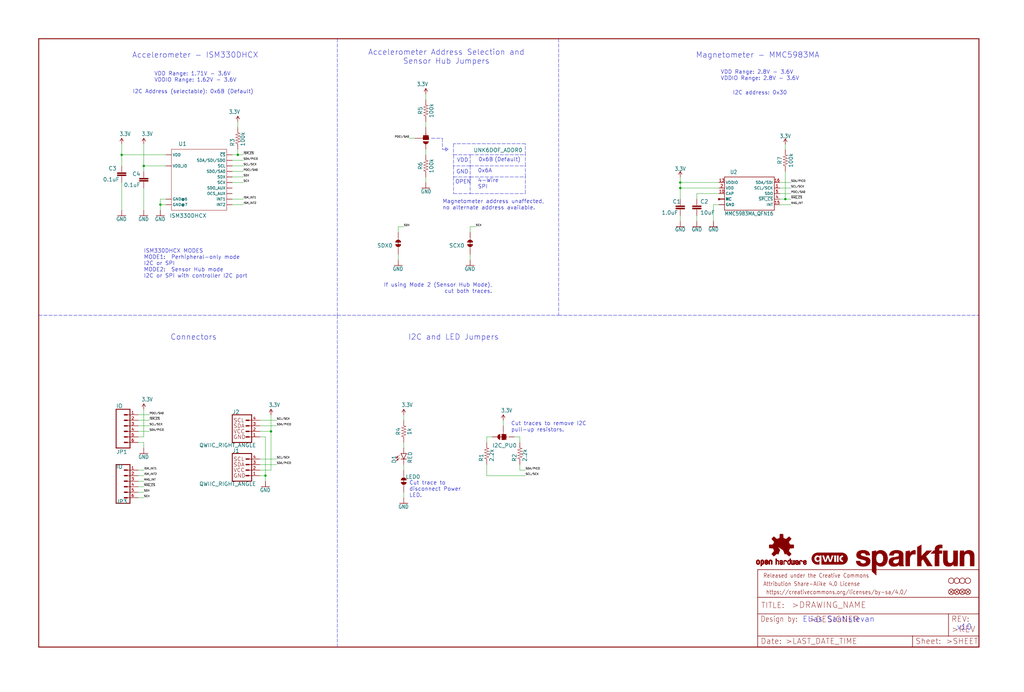
<source format=kicad_sch>
(kicad_sch (version 20211123) (generator eeschema)
  (paper "User" 470.306 317.906)
  (lib_symbols
    (symbol "eagleSchem-eagle-import:0.1UF-0603-25V-(+80{slash}-20%)"
      (property "Reference" "C" (at 1.524 2.921 0))
      (property "Value" "0.1UF-0603-25V-(+80{slash}-20%)" (at 1.524 -2.159 0))
      (symbol "0.1UF-0603-25V-(+80{slash}-20%)_1_0"
        (pin passive line (at 0 5.08 270) (length 2.54) (name "1") (number "1"))
        (pin passive line (at 0 -2.54 90) (length 2.54) (name "2") (number "2"))
      )
    )
    (symbol "eagleSchem-eagle-import:1.0UF-0603-16V-10%"
      (property "Reference" "C" (at 1.524 2.921 0))
      (property "Value" "1.0UF-0603-16V-10%" (at 1.524 -2.159 0))
      (symbol "1.0UF-0603-16V-10%_1_0"
        (pin passive line (at 0 5.08 270) (length 2.54) (name "1") (number "1"))
        (pin passive line (at 0 -2.54 90) (length 2.54) (name "2") (number "2"))
      )
    )
    (symbol "eagleSchem-eagle-import:100KOHM-0603-1{slash}10W-1%"
      (property "Reference" "R" (at 0 1.524 0))
      (property "Value" "100KOHM-0603-1{slash}10W-1%" (at 0 -1.524 0))
      (symbol "100KOHM-0603-1{slash}10W-1%_1_0"
        (pin passive line (at -5.08 0 0) (length 2.54) (name "1") (number "1"))
        (pin passive line (at 5.08 0 180) (length 2.54) (name "2") (number "2"))
      )
    )
    (symbol "eagleSchem-eagle-import:10UF-0603-6.3V-20%"
      (property "Reference" "C" (at 1.524 2.921 0))
      (property "Value" "10UF-0603-6.3V-20%" (at 1.524 -2.159 0))
      (symbol "10UF-0603-6.3V-20%_1_0"
        (pin passive line (at 0 5.08 270) (length 2.54) (name "1") (number "1"))
        (pin passive line (at 0 -2.54 90) (length 2.54) (name "2") (number "2"))
      )
    )
    (symbol "eagleSchem-eagle-import:1KOHM-0603-1{slash}10W-1%"
      (property "Reference" "R" (at 0 1.524 0))
      (property "Value" "1KOHM-0603-1{slash}10W-1%" (at 0 -1.524 0))
      (symbol "1KOHM-0603-1{slash}10W-1%_1_0"
        (pin passive line (at -5.08 0 0) (length 2.54) (name "1") (number "1"))
        (pin passive line (at 5.08 0 180) (length 2.54) (name "2") (number "2"))
      )
    )
    (symbol "eagleSchem-eagle-import:2.2KOHM-0603-1{slash}10W-1%"
      (property "Reference" "R" (at 0 1.524 0))
      (property "Value" "2.2KOHM-0603-1{slash}10W-1%" (at 0 -1.524 0))
      (symbol "2.2KOHM-0603-1{slash}10W-1%_1_0"
        (pin passive line (at -5.08 0 0) (length 2.54) (name "1") (number "1"))
        (pin passive line (at 5.08 0 180) (length 2.54) (name "2") (number "2"))
      )
    )
    (symbol "eagleSchem-eagle-import:3.3V" (power)
      (property "Value" "3.3V" (at 0 2.794 0))
      (symbol "3.3V_1_0"
        (pin power_in line (at 0 0 90) (length 2.54) (name "3.3V") (number "1"))
      )
    )
    (symbol "eagleSchem-eagle-import:CONN_06NO_SILK_NO_POP"
      (property "Reference" "J" (at -5.08 10.668 0))
      (property "Value" "CONN_06NO_SILK_NO_POP" (at -5.08 -9.906 0))
      (symbol "CONN_06NO_SILK_NO_POP_1_0"
        (pin passive line (at 5.08 -5.08 180) (length 5.08) (name "1") (number "1"))
        (pin passive line (at 5.08 -2.54 180) (length 5.08) (name "2") (number "2"))
        (pin passive line (at 5.08 0 180) (length 5.08) (name "3") (number "3"))
        (pin passive line (at 5.08 2.54 180) (length 5.08) (name "4") (number "4"))
        (pin passive line (at 5.08 5.08 180) (length 5.08) (name "5") (number "5"))
        (pin passive line (at 5.08 7.62 180) (length 5.08) (name "6") (number "6"))
      )
    )
    (symbol "eagleSchem-eagle-import:FIDUCIALUFIDUCIAL")
    (symbol "eagleSchem-eagle-import:FRAME-LEDGER"
      (symbol "FRAME-LEDGER_2_0"
        (text " https://creativecommons.org/licenses/by-sa/4.0/" (at 2.54 24.13 0) (effects (font (size 1.9304 1.6408)) (justify left bottom)))
        (text ">DESIGNER" (at 23.114 11.176 0) (effects (font (size 2.7432 2.7432)) (justify left bottom)))
        (text ">DRAWING_NAME" (at 15.494 17.78 0) (effects (font (size 2.7432 2.7432)) (justify left bottom)))
        (text ">LAST_DATE_TIME" (at 12.7 1.27 0) (effects (font (size 2.54 2.54)) (justify left bottom)))
        (text ">REV" (at 88.9 6.604 0) (effects (font (size 2.7432 2.7432)) (justify left bottom)))
        (text ">SHEET" (at 86.36 1.27 0) (effects (font (size 2.54 2.54)) (justify left bottom)))
        (text "Attribution Share-Alike 4.0 License" (at 2.54 27.94 0) (effects (font (size 1.9304 1.6408)) (justify left bottom)))
        (text "Date:" (at 1.27 1.27 0) (effects (font (size 2.54 2.54)) (justify left bottom)))
        (text "Design by:" (at 1.27 11.43 0) (effects (font (size 2.54 2.159)) (justify left bottom)))
        (text "Released under the Creative Commons" (at 2.54 31.75 0) (effects (font (size 1.9304 1.6408)) (justify left bottom)))
        (text "REV:" (at 88.9 11.43 0) (effects (font (size 2.54 2.54)) (justify left bottom)))
        (text "Sheet:" (at 72.39 1.27 0) (effects (font (size 2.54 2.54)) (justify left bottom)))
        (text "TITLE:" (at 1.524 17.78 0) (effects (font (size 2.54 2.54)) (justify left bottom)))
      )
    )
    (symbol "eagleSchem-eagle-import:GND" (power)
      (property "Value" "GND" (at 0 -0.254 0))
      (symbol "GND_1_0"
        (pin power_in line (at 0 2.54 270) (length 2.54) (name "GND") (number "1"))
      )
    )
    (symbol "eagleSchem-eagle-import:ISM330DHCX"
      (property "Reference" "U" (at -10.16 15.24 0))
      (property "Value" "ISM330DHCX" (at -10.16 -17.78 0))
      (symbol "ISM330DHCX_1_0"
        (pin bidirectional line (at 15.24 2.54 180) (length 2.54) (name "SDO/SA0") (number "P1"))
        (pin bidirectional line (at 15.24 -7.62 180) (length 2.54) (name "OCS_AUX") (number "P10"))
        (pin bidirectional line (at 15.24 -5.08 180) (length 2.54) (name "SDO_AUX") (number "P11"))
        (pin bidirectional line (at 15.24 10.16 180) (length 2.54) (name "~{CS}") (number "P12"))
        (pin bidirectional line (at 15.24 5.08 180) (length 2.54) (name "SCL") (number "P13"))
        (pin bidirectional line (at 15.24 7.62 180) (length 2.54) (name "SDA/SDI/SDO") (number "P14"))
        (pin bidirectional line (at 15.24 0 180) (length 2.54) (name "SDX") (number "P2"))
        (pin bidirectional line (at 15.24 -2.54 180) (length 2.54) (name "SCX") (number "P3"))
        (pin bidirectional line (at 15.24 -10.16 180) (length 2.54) (name "INT1") (number "P4"))
        (pin power_in line (at -15.24 5.08 0) (length 2.54) (name "VDD_IO") (number "P5"))
        (pin power_in line (at -15.24 -10.16 0) (length 2.54) (name "GND@6") (number "P6"))
        (pin power_in line (at -15.24 -12.7 0) (length 2.54) (name "GND@7") (number "P7"))
        (pin power_in line (at -15.24 10.16 0) (length 2.54) (name "VDD") (number "P8"))
        (pin bidirectional line (at 15.24 -12.7 180) (length 2.54) (name "INT2") (number "P9"))
      )
    )
    (symbol "eagleSchem-eagle-import:JUMPER-SMT_2_NC_TRACE_SILK"
      (property "Reference" "JP" (at 0 3.048 0))
      (property "Value" "JUMPER-SMT_2_NC_TRACE_SILK" (at 0 -3.048 0))
      (symbol "JUMPER-SMT_2_NC_TRACE_SILK_1_0"
        (pin passive line (at -5.08 0 0) (length 2.54) (name "1") (number "1"))
        (pin passive line (at 5.08 0 180) (length 2.54) (name "2") (number "2"))
      )
    )
    (symbol "eagleSchem-eagle-import:JUMPER-SMT_3_1-NC_TRACE_SILK"
      (property "Reference" "JP" (at 5.842 1.524 0))
      (property "Value" "JUMPER-SMT_3_1-NC_TRACE_SILK" (at 6.604 -1.27 0))
      (symbol "JUMPER-SMT_3_1-NC_TRACE_SILK_1_0"
        (pin passive line (at 0 5.08 270) (length 2.54) (name "1") (number "1"))
        (pin passive line (at -5.08 0 0) (length 2.54) (name "2") (number "2"))
        (pin passive line (at 0 -5.08 90) (length 2.54) (name "3") (number "3"))
      )
    )
    (symbol "eagleSchem-eagle-import:JUMPER-SMT_3_2-NC_TRACE_SILK"
      (property "Reference" "JP" (at 6.096 1.524 0))
      (property "Value" "JUMPER-SMT_3_2-NC_TRACE_SILK" (at 6.858 -1.524 0))
      (symbol "JUMPER-SMT_3_2-NC_TRACE_SILK_1_0"
        (pin passive line (at 0 5.08 270) (length 2.54) (name "1") (number "1"))
        (pin passive line (at -5.08 0 0) (length 2.54) (name "2") (number "2"))
        (pin passive line (at 0 -5.08 90) (length 2.54) (name "3") (number "3"))
      )
    )
    (symbol "eagleSchem-eagle-import:LED-RED0603"
      (property "Reference" "D" (at -3.429 -4.572 90))
      (property "Value" "LED-RED0603" (at 1.905 -4.572 90))
      (symbol "LED-RED0603_1_0"
        (pin passive line (at 0 2.54 270) (length 2.54) (name "A") (number "A"))
        (pin passive line (at 0 -5.08 90) (length 2.54) (name "C") (number "C"))
      )
    )
    (symbol "eagleSchem-eagle-import:MMC5983MA_QFN16"
      (property "Reference" "U" (at -10.16 8.89 0))
      (property "Value" "MMC5983MA_QFN16" (at -10.16 -10.16 0))
      (symbol "MMC5983MA_QFN16_1_0"
        (pin bidirectional line (at 15.24 2.54 180) (length 2.54) (name "SCL/SCK") (number "1"))
        (pin passive line (at -12.7 0 0) (length 2.54) (name "CAP") (number "10"))
        (pin power_in line (at -12.7 -5.08 0) (length 2.54) (name "GND") (number "11"))
        (pin no_connect line (at -12.7 -2.54 0) (length 2.54) (name "NC") (number "12"))
        (pin power_in line (at -12.7 5.08 0) (length 2.54) (name "VDDIO") (number "13"))
        (pin no_connect line (at -12.7 -2.54 0) (length 2.54) (name "NC") (number "14"))
        (pin output line (at 15.24 -5.08 180) (length 2.54) (name "INT") (number "15"))
        (pin bidirectional line (at 15.24 5.08 180) (length 2.54) (name "SDA/SDI") (number "16"))
        (pin power_in line (at -12.7 2.54 0) (length 2.54) (name "VDD") (number "2"))
        (pin no_connect line (at -12.7 -2.54 0) (length 2.54) (name "NC") (number "3"))
        (pin input line (at 15.24 -2.54 180) (length 2.54) (name "~{SPI_CS}") (number "4"))
        (pin output line (at 15.24 0 180) (length 2.54) (name "SDO") (number "5"))
        (pin no_connect line (at -12.7 -2.54 0) (length 2.54) (name "NC") (number "6"))
        (pin no_connect line (at -12.7 -2.54 0) (length 2.54) (name "NC") (number "7"))
        (pin no_connect line (at -12.7 -2.54 0) (length 2.54) (name "NC") (number "8"))
        (pin power_in line (at -12.7 -5.08 0) (length 2.54) (name "GND") (number "9"))
      )
    )
    (symbol "eagleSchem-eagle-import:OSHW-LOGOMINI")
    (symbol "eagleSchem-eagle-import:QWIIC_CONNECTORJS-1MM"
      (property "Reference" "J" (at -5.08 7.874 0))
      (property "Value" "QWIIC_CONNECTORJS-1MM" (at -5.08 -5.334 0))
      (symbol "QWIIC_CONNECTORJS-1MM_1_0"
        (text "GND" (at -4.572 -2.54 0) (effects (font (size 1.778 1.778)) (justify left)))
        (text "SCL" (at -4.572 5.08 0) (effects (font (size 1.778 1.778)) (justify left)))
        (text "SDA" (at -4.572 2.54 0) (effects (font (size 1.778 1.778)) (justify left)))
        (text "VCC" (at -4.572 0 0) (effects (font (size 1.778 1.778)) (justify left)))
        (pin power_in line (at 7.62 -2.54 180) (length 5.08) (name "1") (number "1"))
        (pin power_in line (at 7.62 0 180) (length 5.08) (name "2") (number "2"))
        (pin passive line (at 7.62 2.54 180) (length 5.08) (name "3") (number "3"))
        (pin passive line (at 7.62 5.08 180) (length 5.08) (name "4") (number "4"))
      )
    )
    (symbol "eagleSchem-eagle-import:QWIIC_LOGO_4MM")
    (symbol "eagleSchem-eagle-import:SFE_LOGO_NAME.1_INCH")
    (symbol "eagleSchem-eagle-import:STAND-OFFTIGHT")
  )
  (junction (at 312.42 86.36))
  (junction (at 109.22 71.12))
  (junction (at 312.42 83.82))
  (junction (at 121.92 218.44))
  (junction (at 55.88 71.12))
  (junction (at 124.46 198.12))
  (junction (at 73.66 93.98))
  (junction (at 360.68 91.44))
  (junction (at 66.04 76.2))
  (wire (pts (xy 312.42 83.82) (xy 330.2 83.82)))
  (wire (pts (xy 66.04 78.74) (xy 66.04 76.2)))
  (wire (pts (xy 106.68 81.28) (xy 111.76 81.28)))
  (polyline (pts (xy 208.28 81.28) (xy 215.9 81.28)))
  (polyline (pts (xy 215.9 71.12) (xy 215.9 76.2)))
  (wire (pts (xy 312.42 86.36) (xy 312.42 83.82)))
  (wire (pts (xy 109.22 55.88) (xy 109.22 58.42)))
  (wire (pts (xy 66.04 218.44) (xy 63.5 218.44)))
  (wire (pts (xy 111.76 93.98) (xy 106.68 93.98)))
  (wire (pts (xy 360.68 78.74) (xy 360.68 91.44)))
  (polyline (pts (xy 215.9 81.28) (xy 215.9 88.9)))
  (wire (pts (xy 63.5 203.2) (xy 66.04 203.2)))
  (wire (pts (xy 320.04 99.06) (xy 320.04 101.6)))
  (wire (pts (xy 73.66 91.44) (xy 76.2 91.44)))
  (wire (pts (xy 320.04 91.44) (xy 320.04 88.9)))
  (wire (pts (xy 231.14 193.04) (xy 231.14 195.58)))
  (polyline (pts (xy 205.74 68.58) (xy 204.724 67.818)))
  (wire (pts (xy 182.88 119.38) (xy 182.88 116.84)))
  (wire (pts (xy 195.58 71.12) (xy 195.58 68.58)))
  (wire (pts (xy 73.66 96.52) (xy 73.66 93.98)))
  (wire (pts (xy 66.04 96.52) (xy 66.04 86.36)))
  (wire (pts (xy 55.88 76.2) (xy 55.88 71.12)))
  (polyline (pts (xy 215.9 81.28) (xy 241.3 81.28)))
  (wire (pts (xy 106.68 78.74) (xy 111.76 78.74)))
  (wire (pts (xy 330.2 86.36) (xy 312.42 86.36)))
  (wire (pts (xy 106.68 83.82) (xy 111.76 83.82)))
  (polyline (pts (xy 208.28 88.9) (xy 215.9 88.9)))
  (wire (pts (xy 119.38 193.04) (xy 127 193.04)))
  (polyline (pts (xy 208.28 81.28) (xy 208.28 88.9)))
  (polyline (pts (xy 241.3 71.12) (xy 241.3 66.04)))
  (wire (pts (xy 358.14 83.82) (xy 363.22 83.82)))
  (wire (pts (xy 111.76 91.44) (xy 106.68 91.44)))
  (wire (pts (xy 223.52 218.44) (xy 241.3 218.44)))
  (wire (pts (xy 358.14 93.98) (xy 363.22 93.98)))
  (wire (pts (xy 124.46 198.12) (xy 124.46 190.5)))
  (wire (pts (xy 55.88 66.04) (xy 55.88 71.12)))
  (polyline (pts (xy 17.78 144.78) (xy 154.94 144.78)))
  (wire (pts (xy 55.88 71.12) (xy 76.2 71.12)))
  (wire (pts (xy 66.04 76.2) (xy 66.04 66.04)))
  (wire (pts (xy 119.38 198.12) (xy 124.46 198.12)))
  (wire (pts (xy 66.04 200.66) (xy 66.04 187.96)))
  (wire (pts (xy 330.2 88.9) (xy 320.04 88.9)))
  (wire (pts (xy 312.42 91.44) (xy 312.42 86.36)))
  (wire (pts (xy 121.92 218.44) (xy 121.92 220.98)))
  (polyline (pts (xy 203.2 68.58) (xy 205.74 68.58)))
  (polyline (pts (xy 208.28 71.12) (xy 215.9 71.12)))
  (polyline (pts (xy 208.28 76.2) (xy 208.28 81.28)))
  (wire (pts (xy 63.5 198.12) (xy 68.58 198.12)))
  (wire (pts (xy 195.58 43.18) (xy 195.58 45.72)))
  (wire (pts (xy 109.22 71.12) (xy 109.22 68.58)))
  (wire (pts (xy 106.68 76.2) (xy 111.76 76.2)))
  (wire (pts (xy 358.14 91.44) (xy 360.68 91.44)))
  (polyline (pts (xy 241.3 88.9) (xy 241.3 81.28)))
  (wire (pts (xy 236.22 200.66) (xy 238.76 200.66)))
  (wire (pts (xy 360.68 66.294) (xy 360.68 68.58)))
  (polyline (pts (xy 215.9 76.2) (xy 208.28 76.2)))
  (polyline (pts (xy 154.94 144.78) (xy 154.94 297.18)))
  (wire (pts (xy 223.52 203.2) (xy 223.52 200.66)))
  (wire (pts (xy 358.14 88.9) (xy 363.22 88.9)))
  (wire (pts (xy 66.04 220.98) (xy 63.5 220.98)))
  (wire (pts (xy 106.68 73.66) (xy 111.76 73.66)))
  (wire (pts (xy 312.42 81.28) (xy 312.42 83.82)))
  (wire (pts (xy 66.04 215.9) (xy 63.5 215.9)))
  (wire (pts (xy 182.88 106.68) (xy 182.88 104.14)))
  (polyline (pts (xy 241.3 76.2) (xy 241.3 71.12)))
  (wire (pts (xy 119.38 213.36) (xy 127 213.36)))
  (polyline (pts (xy 215.9 71.12) (xy 241.3 71.12)))
  (polyline (pts (xy 198.12 63.5) (xy 203.2 63.5)))
  (wire (pts (xy 66.04 203.2) (xy 66.04 205.74)))
  (wire (pts (xy 223.52 213.36) (xy 223.52 218.44)))
  (wire (pts (xy 55.88 96.52) (xy 55.88 83.82)))
  (wire (pts (xy 330.2 93.98) (xy 327.66 93.98)))
  (wire (pts (xy 106.68 71.12) (xy 109.22 71.12)))
  (wire (pts (xy 73.66 93.98) (xy 73.66 91.44)))
  (polyline (pts (xy 208.28 66.04) (xy 208.28 71.12)))
  (wire (pts (xy 66.04 228.6) (xy 63.5 228.6)))
  (polyline (pts (xy 154.94 17.78) (xy 154.94 144.78)))
  (wire (pts (xy 223.52 200.66) (xy 226.06 200.66)))
  (wire (pts (xy 358.14 86.36) (xy 363.22 86.36)))
  (wire (pts (xy 215.9 106.68) (xy 215.9 104.14)))
  (polyline (pts (xy 208.28 71.12) (xy 208.28 76.2)))
  (wire (pts (xy 66.04 223.52) (xy 63.5 223.52)))
  (wire (pts (xy 119.38 195.58) (xy 127 195.58)))
  (wire (pts (xy 238.76 200.66) (xy 238.76 203.2)))
  (wire (pts (xy 119.38 218.44) (xy 121.92 218.44)))
  (polyline (pts (xy 154.94 144.78) (xy 256.54 144.78)))
  (wire (pts (xy 121.92 200.66) (xy 121.92 218.44)))
  (wire (pts (xy 63.5 200.66) (xy 66.04 200.66)))
  (wire (pts (xy 238.76 213.36) (xy 238.76 215.9)))
  (wire (pts (xy 63.5 195.58) (xy 68.58 195.58)))
  (wire (pts (xy 185.42 226.06) (xy 185.42 228.6)))
  (wire (pts (xy 215.9 119.38) (xy 215.9 116.84)))
  (wire (pts (xy 190.5 63.5) (xy 187.96 63.5)))
  (wire (pts (xy 185.42 213.36) (xy 185.42 215.9)))
  (wire (pts (xy 111.76 71.12) (xy 109.22 71.12)))
  (wire (pts (xy 215.9 104.14) (xy 218.44 104.14)))
  (wire (pts (xy 195.58 81.28) (xy 195.58 83.82)))
  (wire (pts (xy 76.2 76.2) (xy 66.04 76.2)))
  (polyline (pts (xy 256.54 144.78) (xy 449.58 144.78)))
  (wire (pts (xy 119.38 215.9) (xy 124.46 215.9)))
  (polyline (pts (xy 203.2 63.5) (xy 203.2 68.58)))
  (wire (pts (xy 63.5 190.5) (xy 68.58 190.5)))
  (wire (pts (xy 182.88 104.14) (xy 185.42 104.14)))
  (wire (pts (xy 195.58 55.88) (xy 195.58 58.42)))
  (polyline (pts (xy 215.9 76.2) (xy 215.9 81.28)))
  (polyline (pts (xy 215.9 88.9) (xy 241.3 88.9)))
  (polyline (pts (xy 241.3 81.28) (xy 241.3 76.2)))
  (wire (pts (xy 238.76 215.9) (xy 241.3 215.9)))
  (wire (pts (xy 312.42 99.06) (xy 312.42 101.6)))
  (wire (pts (xy 119.38 210.82) (xy 127 210.82)))
  (wire (pts (xy 66.04 226.06) (xy 63.5 226.06)))
  (wire (pts (xy 327.66 93.98) (xy 327.66 101.6)))
  (polyline (pts (xy 215.9 76.2) (xy 241.3 76.2)))
  (wire (pts (xy 185.42 193.04) (xy 185.42 190.5)))
  (polyline (pts (xy 205.74 68.58) (xy 204.724 69.342)))
  (wire (pts (xy 124.46 215.9) (xy 124.46 198.12)))
  (polyline (pts (xy 204.724 67.818) (xy 204.724 69.342)))
  (polyline (pts (xy 241.3 66.04) (xy 208.28 66.04)))
  (polyline (pts (xy 256.54 17.78) (xy 256.54 144.78)))
  (wire (pts (xy 185.42 203.2) (xy 185.42 205.74)))
  (wire (pts (xy 363.22 91.44) (xy 360.68 91.44)))
  (wire (pts (xy 76.2 93.98) (xy 73.66 93.98)))
  (wire (pts (xy 119.38 200.66) (xy 121.92 200.66)))
  (wire (pts (xy 63.5 193.04) (xy 68.58 193.04)))
  (text "0x6A" (at 219.456 79.502 180) (effects (font (size 1.778 1.778)) (justify left bottom)))
  (text "GND" (at 209.55 80.01 180) (effects (font (size 1.778 1.778)) (justify left bottom)))
  (text "I2C Address (selectable): 0x6B (Default)" (at 60.96 43.18 180) (effects (font (size 1.778 1.778)) (justify left bottom)))
  (text "Elias Santistevan" (at 368.554 286.004 180) (effects (font (size 2.54 2.54)) (justify left bottom)))
  (text "I2C and LED Jumpers" (at 208.28 154.94 180) (effects (font (size 2.54 2.54))))
  (text "I2C address: 0x30" (at 348.996 42.672 180) (effects (font (size 1.778 1.778))))
  (text "Magnetometer - MMC5983MA" (at 347.98 25.4 180) (effects (font (size 2.54 2.54))))
  (text "Magnetometer address unaffected,\nno alternate address available." (at 203.2 96.52 0) (effects (font (size 1.778 1.778)) (justify left bottom)))
  (text "VDD Range: 2.8V - 3.6V\nVDDIO Range: 2.8V - 3.6V" (at 330.962 37.084 180) (effects (font (size 1.778 1.778)) (justify left bottom)))
  (text "Accelerometer Address Selection and\nSensor Hub Jumpers" (at 204.978 26.162 0) (effects (font (size 2.54 2.54))))
  (text "Cut trace to\ndisconnect Power\nLED." (at 187.96 228.6 180) (effects (font (size 1.778 1.778)) (justify left bottom)))
  (text "ISM330DHCX MODES\nMODE1:  Perhipheral-only mode\nI2C or SPI\nMODE2:  Sensor Hub mode\nI2C or SPI with controller I2C port" (at 66.04 114.3 0) (effects (font (size 1.778 1.778)) (justify left top)))
  (text "VDD Range: 1.71V - 3.6V\nVDDIO Range: 1.62V - 3.6V" (at 70.866 37.846 180) (effects (font (size 1.778 1.778)) (justify left bottom)))
  (text "Accelerometer - ISM330DHCX" (at 89.662 25.4 180) (effects (font (size 2.54 2.54))))
  (text "0x6B" (at 219.71 74.422 180) (effects (font (size 1.778 1.778)) (justify left bottom)))
  (text "VDD" (at 209.804 74.676 180) (effects (font (size 1.778 1.778)) (justify left bottom)))
  (text "v10" (at 439.42 289.56 180) (effects (font (size 2.54 2.54)) (justify left bottom)))
  (text "(Default)" (at 227.076 74.422 180) (effects (font (size 1.778 1.778)) (justify left bottom)))
  (text "Cut traces to remove I2C\npull-up resistors." (at 234.696 193.548 180) (effects (font (size 1.778 1.778)) (justify left top)))
  (text "Connectors" (at 88.9 154.94 180) (effects (font (size 2.54 2.54))))
  (text "OPEN" (at 209.042 84.582 180) (effects (font (size 1.778 1.778)) (justify left bottom)))
  (text "If using Mode 2 (Sensor Hub Mode),\ncut both traces." (at 226.06 134.874 0) (effects (font (size 1.778 1.778)) (justify right bottom)))
  (text "4-Wire\nSPI" (at 219.456 86.868 180) (effects (font (size 1.778 1.778)) (justify left bottom)))
  (label "SDA/PICO" (at 127 213.36 0) (effects (font (size 0.889 0.889))))
  (label "SDA/PICO" (at 111.76 73.66 0) (effects (font (size 0.889 0.889))))
  (label "~{ISM_CS}" (at 111.76 71.12 0) (effects (font (size 0.889 0.889))))
  (label "SDX" (at 185.42 104.14 0) (effects (font (size 0.889 0.889))))
  (label "ISM_INT2" (at 111.76 93.98 0) (effects (font (size 0.889 0.889))))
  (label "SDA/PICO" (at 241.3 215.9 0) (effects (font (size 0.889 0.889))))
  (label "ISM_INT1" (at 66.04 215.9 0) (effects (font (size 0.889 0.889))))
  (label "SDA/PICO" (at 363.22 83.82 0) (effects (font (size 0.889 0.889))))
  (label "POCI/SA0" (at 111.76 78.74 0) (effects (font (size 0.889 0.889))))
  (label "MAG_INT" (at 66.04 220.98 0) (effects (font (size 0.889 0.889))))
  (label "ISM_INT2" (at 66.04 218.44 0) (effects (font (size 0.889 0.889))))
  (label "SCX" (at 218.44 104.14 0) (effects (font (size 0.889 0.889))))
  (label "SCL/SCK" (at 68.58 195.58 0) (effects (font (size 0.889 0.889))))
  (label "SCL/SCK" (at 127 193.04 0) (effects (font (size 0.889 0.889))))
  (label "SDX" (at 66.04 226.06 0) (effects (font (size 0.889 0.889))))
  (label "POCI/SA0" (at 363.22 88.9 0) (effects (font (size 0.889 0.889))))
  (label "SDA/PICO" (at 68.58 198.12 0) (effects (font (size 0.889 0.889))))
  (label "~{ISM_CS}" (at 68.58 193.04 0) (effects (font (size 0.889 0.889))))
  (label "MAG_INT" (at 363.22 93.98 0) (effects (font (size 0.889 0.889))))
  (label "SCX" (at 111.76 83.82 0) (effects (font (size 0.889 0.889))))
  (label "ISM_INT1" (at 111.76 91.44 0) (effects (font (size 0.889 0.889))))
  (label "SCL/SCK" (at 127 210.82 0) (effects (font (size 0.889 0.889))))
  (label "SCL/SCK" (at 111.76 76.2 0) (effects (font (size 0.889 0.889))))
  (label "SCL/SCK" (at 363.22 86.36 0) (effects (font (size 0.889 0.889))))
  (label "~{MAG_CS}" (at 66.04 223.52 0) (effects (font (size 0.889 0.889))))
  (label "POCI/SA0" (at 68.58 190.5 0) (effects (font (size 0.889 0.889))))
  (label "SDA/PICO" (at 127 195.58 0) (effects (font (size 0.889 0.889))))
  (label "POCI/SA0" (at 187.96 63.5 180) (effects (font (size 0.889 0.889))))
  (label "SDX" (at 111.76 81.28 0) (effects (font (size 0.889 0.889))))
  (label "SCL/SCK" (at 241.3 218.44 0) (effects (font (size 0.889 0.889))))
  (label "SCX" (at 66.04 228.6 0) (effects (font (size 0.889 0.889))))
  (label "~{MAG_CS}" (at 363.22 91.44 0) (effects (font (size 0.889 0.889))))
  (symbol (lib_id "eagleSchem-eagle-import:GND") (at 215.9 121.92 0) (unit 1)
    (property "Reference" "#GND12" (effects hide))
    (property "Value" "GND" (at 213.36 124.46 0) (effects (font (size 1.778 1.5113)) (justify left bottom)))
    (property "Footprint" "eagleSchem:" (effects hide))
  )
  (symbol (lib_id "eagleSchem-eagle-import:CONN_06NO_SILK_NO_POP") (at 58.42 220.98 0) (mirror x) (unit 1)
    (property "Reference" "JP3" (at 53.34 229.362 0) (effects (font (size 1.778 1.778)) (justify left bottom)))
    (property "Value" "IO" (at 53.34 213.36 0) (effects (font (size 1.778 1.778)) (justify left bottom)))
    (property "Footprint" "eagleSchem:1X06_NO_SILK" (effects hide))
  )
  (symbol (lib_id "eagleSchem-eagle-import:GND") (at 66.04 99.06 0) (unit 1)
    (property "Reference" "#GND10" (effects hide))
    (property "Value" "GND" (at 63.5 101.6 0) (effects (font (size 1.778 1.5113)) (justify left bottom)))
    (property "Footprint" "eagleSchem:" (effects hide))
  )
  (symbol (lib_id "eagleSchem-eagle-import:FIDUCIALUFIDUCIAL") (at 436.88 271.78 0) (unit 1)
    (property "Reference" "FID1" (effects hide))
    (property "Value" "FIDUCIALUFIDUCIAL" (effects hide))
    (property "Footprint" "eagleSchem:FIDUCIAL-MICRO" (effects hide))
  )
  (symbol (lib_id "eagleSchem-eagle-import:1.0UF-0603-16V-10%") (at 312.42 96.52 0) (unit 1)
    (property "Reference" "C1" (at 308.864 93.599 0) (effects (font (size 1.778 1.778)) (justify left bottom)))
    (property "Value" "1.0uF" (at 303.784 98.679 0) (effects (font (size 1.778 1.778)) (justify left bottom)))
    (property "Footprint" "eagleSchem:0603" (effects hide))
  )
  (symbol (lib_id "eagleSchem-eagle-import:GND") (at 327.66 104.14 0) (unit 1)
    (property "Reference" "#GND1" (effects hide))
    (property "Value" "GND" (at 327.66 104.394 0) (effects (font (size 1.778 1.5113)) (justify top)))
    (property "Footprint" "eagleSchem:" (effects hide))
  )
  (symbol (lib_id "eagleSchem-eagle-import:10UF-0603-6.3V-20%") (at 320.04 96.52 0) (unit 1)
    (property "Reference" "C2" (at 321.564 93.599 0) (effects (font (size 1.778 1.778)) (justify left bottom)))
    (property "Value" "10uF" (at 321.564 98.679 0) (effects (font (size 1.778 1.778)) (justify left bottom)))
    (property "Footprint" "eagleSchem:0603" (effects hide))
  )
  (symbol (lib_id "eagleSchem-eagle-import:MMC5983MA_QFN16") (at 342.9 88.9 0) (unit 1)
    (property "Reference" "U2" (at 335.28 80.01 0) (effects (font (size 1.778 1.5113)) (justify left bottom)))
    (property "Value" "MMC5983MA_QFN16" (at 332.74 99.06 0) (effects (font (size 1.778 1.5113)) (justify left bottom)))
    (property "Footprint" "eagleSchem:LGA-16-3X3MM-4X4PINS" (effects hide))
  )
  (symbol (lib_id "eagleSchem-eagle-import:JUMPER-SMT_3_2-NC_TRACE_SILK") (at 231.14 200.66 90) (mirror x) (unit 1)
    (property "Reference" "I2C_PU0" (at 226.06 203.581 90) (effects (font (size 1.778 1.778)) (justify right top)))
    (property "Value" "S_MODE" (effects hide))
    (property "Footprint" "eagleSchem:SMT-JUMPER_3_2-NC_TRACE_SILK" (effects hide))
  )
  (symbol (lib_id "eagleSchem-eagle-import:STAND-OFFTIGHT") (at 436.88 266.7 0) (unit 1)
    (property "Reference" "STANDOFF1" (effects hide))
    (property "Value" "STAND-OFFTIGHT" (effects hide))
    (property "Footprint" "eagleSchem:STAND-OFF-TIGHT" (effects hide))
  )
  (symbol (lib_id "eagleSchem-eagle-import:100KOHM-0603-1{slash}10W-1%") (at 195.58 50.8 90) (unit 1)
    (property "Reference" "R5" (at 194.056 50.8 0) (effects (font (size 1.778 1.778)) (justify bottom)))
    (property "Value" "100k" (at 197.104 50.8 0) (effects (font (size 1.778 1.778)) (justify top)))
    (property "Footprint" "eagleSchem:0603" (effects hide))
  )
  (symbol (lib_id "eagleSchem-eagle-import:3.3V") (at 195.58 43.18 0) (mirror y) (unit 1)
    (property "Reference" "#SUPPLY10" (effects hide))
    (property "Value" "3.3V" (at 196.596 39.624 0) (effects (font (size 1.778 1.5113)) (justify left bottom)))
    (property "Footprint" "eagleSchem:" (effects hide))
  )
  (symbol (lib_id "eagleSchem-eagle-import:1KOHM-0603-1{slash}10W-1%") (at 185.42 198.12 90) (unit 1)
    (property "Reference" "R4" (at 183.896 198.12 0) (effects (font (size 1.778 1.778)) (justify bottom)))
    (property "Value" "1k" (at 186.944 198.12 0) (effects (font (size 1.778 1.778)) (justify top)))
    (property "Footprint" "eagleSchem:0603" (effects hide))
  )
  (symbol (lib_id "eagleSchem-eagle-import:GND") (at 55.88 99.06 0) (unit 1)
    (property "Reference" "#GND5" (effects hide))
    (property "Value" "GND" (at 53.34 101.6 0) (effects (font (size 1.778 1.5113)) (justify left bottom)))
    (property "Footprint" "eagleSchem:" (effects hide))
  )
  (symbol (lib_id "eagleSchem-eagle-import:FIDUCIALUFIDUCIAL") (at 441.96 271.78 0) (unit 1)
    (property "Reference" "FD1" (effects hide))
    (property "Value" "FIDUCIALUFIDUCIAL" (effects hide))
    (property "Footprint" "eagleSchem:FIDUCIAL-MICRO" (effects hide))
  )
  (symbol (lib_id "eagleSchem-eagle-import:LED-RED0603") (at 185.42 208.28 0) (unit 1)
    (property "Reference" "D1" (at 181.991 212.852 90) (effects (font (size 1.778 1.778)) (justify left bottom)))
    (property "Value" "RED" (at 187.325 212.852 90) (effects (font (size 1.778 1.778)) (justify left top)))
    (property "Footprint" "eagleSchem:LED-0603" (effects hide))
  )
  (symbol (lib_id "eagleSchem-eagle-import:JUMPER-SMT_3_1-NC_TRACE_SILK") (at 195.58 63.5 0) (mirror x) (unit 1)
    (property "Reference" "UNK6DOF_ADDR0" (at 217.424 67.945 0) (effects (font (size 1.778 1.778)) (justify left bottom)))
    (property "Value" "JUMPER-SMT_3_1-NC_TRACE_SILK" (effects hide))
    (property "Footprint" "eagleSchem:SMT-JUMPER_3_1-NC_TRACE_SILK" (effects hide))
  )
  (symbol (lib_id "eagleSchem-eagle-import:GND") (at 73.66 99.06 0) (unit 1)
    (property "Reference" "#GND4" (effects hide))
    (property "Value" "GND" (at 71.12 101.6 0) (effects (font (size 1.778 1.5113)) (justify left bottom)))
    (property "Footprint" "eagleSchem:" (effects hide))
  )
  (symbol (lib_id "eagleSchem-eagle-import:JUMPER-SMT_2_NC_TRACE_SILK") (at 215.9 111.76 90) (unit 1)
    (property "Reference" "SCX0" (at 213.36 111.76 90) (effects (font (size 1.778 1.778)) (justify left bottom)))
    (property "Value" "JUMPER-SMT_2_NC_TRACE_SILK" (effects hide))
    (property "Footprint" "eagleSchem:SMT-JUMPER_2_NC_TRACE_SILK" (effects hide))
  )
  (symbol (lib_id "eagleSchem-eagle-import:FIDUCIALUFIDUCIAL") (at 439.42 271.78 0) (unit 1)
    (property "Reference" "FID2" (effects hide))
    (property "Value" "FIDUCIALUFIDUCIAL" (effects hide))
    (property "Footprint" "eagleSchem:FIDUCIAL-MICRO" (effects hide))
  )
  (symbol (lib_id "eagleSchem-eagle-import:GND") (at 66.04 208.28 0) (unit 1)
    (property "Reference" "#GND11" (effects hide))
    (property "Value" "GND" (at 63.5 210.82 0) (effects (font (size 1.778 1.5113)) (justify left bottom)))
    (property "Footprint" "eagleSchem:" (effects hide))
  )
  (symbol (lib_id "eagleSchem-eagle-import:0.1UF-0603-25V-(+80{slash}-20%)") (at 66.04 83.82 0) (mirror y) (unit 1)
    (property "Reference" "C4" (at 64.516 80.899 0) (effects (font (size 1.778 1.778)) (justify left bottom)))
    (property "Value" "0.1uF" (at 64.516 85.979 0) (effects (font (size 1.778 1.778)) (justify left bottom)))
    (property "Footprint" "eagleSchem:0603" (effects hide))
  )
  (symbol (lib_id "eagleSchem-eagle-import:GND") (at 195.58 86.36 0) (mirror y) (unit 1)
    (property "Reference" "#GND6" (effects hide))
    (property "Value" "GND" (at 198.12 88.9 0) (effects (font (size 1.778 1.5113)) (justify left bottom)))
    (property "Footprint" "eagleSchem:" (effects hide))
  )
  (symbol (lib_id "eagleSchem-eagle-import:JUMPER-SMT_2_NC_TRACE_SILK") (at 182.88 111.76 90) (unit 1)
    (property "Reference" "SDX0" (at 180.34 111.76 90) (effects (font (size 1.778 1.778)) (justify left bottom)))
    (property "Value" "JUMPER-SMT_2_NC_TRACE_SILK" (effects hide))
    (property "Footprint" "eagleSchem:SMT-JUMPER_2_NC_TRACE_SILK" (effects hide))
  )
  (symbol (lib_id "eagleSchem-eagle-import:3.3V") (at 66.04 66.04 0) (unit 1)
    (property "Reference" "#SUPPLY4" (effects hide))
    (property "Value" "3.3V" (at 65.024 62.484 0) (effects (font (size 1.778 1.5113)) (justify left bottom)))
    (property "Footprint" "eagleSchem:" (effects hide))
  )
  (symbol (lib_id "eagleSchem-eagle-import:QWIIC_CONNECTORJS-1MM") (at 111.76 215.9 0) (unit 1)
    (property "Reference" "J1" (at 106.68 208.026 0) (effects (font (size 1.778 1.778)) (justify left bottom)))
    (property "Value" "QWIIC_RIGHT_ANGLE" (at 91.44 221.234 0) (effects (font (size 1.778 1.778)) (justify left top)))
    (property "Footprint" "eagleSchem:JST04_1MM_RA" (effects hide))
  )
  (symbol (lib_id "eagleSchem-eagle-import:2.2KOHM-0603-1{slash}10W-1%") (at 223.52 208.28 90) (unit 1)
    (property "Reference" "R1" (at 222.0214 212.09 0) (effects (font (size 1.778 1.778)) (justify left bottom)))
    (property "Value" "2.2k" (at 226.822 212.09 0) (effects (font (size 1.778 1.778)) (justify left bottom)))
    (property "Footprint" "eagleSchem:0603" (effects hide))
  )
  (symbol (lib_id "eagleSchem-eagle-import:3.3V") (at 55.88 66.04 0) (unit 1)
    (property "Reference" "#SUPPLY5" (effects hide))
    (property "Value" "3.3V" (at 54.864 62.484 0) (effects (font (size 1.778 1.5113)) (justify left bottom)))
    (property "Footprint" "eagleSchem:" (effects hide))
  )
  (symbol (lib_id "eagleSchem-eagle-import:SFE_LOGO_NAME.1_INCH") (at 391.16 264.16 0) (unit 1)
    (property "Reference" "LOGO3" (effects hide))
    (property "Value" "SFE_LOGO_NAME.1_INCH" (effects hide))
    (property "Footprint" "eagleSchem:SFE_LOGO_NAME_.1" (effects hide))
  )
  (symbol (lib_id "eagleSchem-eagle-import:GND") (at 182.88 121.92 0) (unit 1)
    (property "Reference" "#GND9" (effects hide))
    (property "Value" "GND" (at 180.34 124.46 0) (effects (font (size 1.778 1.5113)) (justify left bottom)))
    (property "Footprint" "eagleSchem:" (effects hide))
  )
  (symbol (lib_id "eagleSchem-eagle-import:3.3V") (at 66.04 187.96 0) (unit 1)
    (property "Reference" "#SUPPLY6" (effects hide))
    (property "Value" "3.3V" (at 65.024 184.404 0) (effects (font (size 1.778 1.5113)) (justify left bottom)))
    (property "Footprint" "eagleSchem:" (effects hide))
  )
  (symbol (lib_id "eagleSchem-eagle-import:GND") (at 121.92 223.52 0) (unit 1)
    (property "Reference" "#GND3" (effects hide))
    (property "Value" "GND" (at 119.38 226.06 0) (effects (font (size 1.778 1.5113)) (justify left bottom)))
    (property "Footprint" "eagleSchem:" (effects hide))
  )
  (symbol (lib_id "eagleSchem-eagle-import:100KOHM-0603-1{slash}10W-1%") (at 195.58 76.2 90) (unit 1)
    (property "Reference" "R6" (at 194.056 76.2 0) (effects (font (size 1.778 1.778)) (justify bottom)))
    (property "Value" "100k" (at 197.104 76.2 0) (effects (font (size 1.778 1.778)) (justify top)))
    (property "Footprint" "eagleSchem:0603" (effects hide))
  )
  (symbol (lib_id "eagleSchem-eagle-import:STAND-OFFTIGHT") (at 441.96 266.7 0) (unit 1)
    (property "Reference" "STANDOFF3" (effects hide))
    (property "Value" "STAND-OFFTIGHT" (effects hide))
    (property "Footprint" "eagleSchem:STAND-OFF-TIGHT" (effects hide))
  )
  (symbol (lib_id "eagleSchem-eagle-import:3.3V") (at 360.68 66.294 0) (unit 1)
    (property "Reference" "#SUPPLY8" (effects hide))
    (property "Value" "3.3V" (at 360.68 63.5 0) (effects (font (size 1.778 1.5113)) (justify bottom)))
    (property "Footprint" "eagleSchem:" (effects hide))
  )
  (symbol (lib_id "eagleSchem-eagle-import:CONN_06NO_SILK_NO_POP") (at 58.42 195.58 0) (mirror x) (unit 1)
    (property "Reference" "JP1" (at 53.34 206.502 0) (effects (font (size 1.778 1.778)) (justify left bottom)))
    (property "Value" "IO" (at 53.34 185.42 0) (effects (font (size 1.778 1.778)) (justify left bottom)))
    (property "Footprint" "eagleSchem:1X06_NO_SILK" (effects hide))
  )
  (symbol (lib_id "eagleSchem-eagle-import:OSHW-LOGOMINI") (at 358.902 250.952 0) (unit 1)
    (property "Reference" "LOGO2" (effects hide))
    (property "Value" "OSHW-LOGOMINI" (effects hide))
    (property "Footprint" "eagleSchem:OSHW-LOGO-MINI" (effects hide))
  )
  (symbol (lib_id "eagleSchem-eagle-import:3.3V") (at 185.42 190.5 0) (unit 1)
    (property "Reference" "#SUPPLY3" (effects hide))
    (property "Value" "3.3V" (at 184.404 186.944 0) (effects (font (size 1.778 1.5113)) (justify left bottom)))
    (property "Footprint" "eagleSchem:" (effects hide))
  )
  (symbol (lib_id "eagleSchem-eagle-import:GND") (at 185.42 231.14 0) (unit 1)
    (property "Reference" "#GND7" (effects hide))
    (property "Value" "GND" (at 182.88 233.68 0) (effects (font (size 1.778 1.5113)) (justify left bottom)))
    (property "Footprint" "eagleSchem:" (effects hide))
  )
  (symbol (lib_id "eagleSchem-eagle-import:GND") (at 312.42 104.14 0) (unit 1)
    (property "Reference" "#GND2" (effects hide))
    (property "Value" "GND" (at 312.42 104.394 0) (effects (font (size 1.778 1.5113)) (justify top)))
    (property "Footprint" "eagleSchem:" (effects hide))
  )
  (symbol (lib_id "eagleSchem-eagle-import:0.1UF-0603-25V-(+80{slash}-20%)") (at 55.88 81.28 0) (unit 1)
    (property "Reference" "C3" (at 49.784 78.359 0) (effects (font (size 1.778 1.778)) (justify left bottom)))
    (property "Value" "0.1uF" (at 47.244 83.439 0) (effects (font (size 1.778 1.778)) (justify left bottom)))
    (property "Footprint" "eagleSchem:0603" (effects hide))
  )
  (symbol (lib_id "eagleSchem-eagle-import:100KOHM-0603-1{slash}10W-1%") (at 109.22 63.5 90) (unit 1)
    (property "Reference" "R3" (at 107.7214 67.31 0) (effects (font (size 1.778 1.778)) (justify left bottom)))
    (property "Value" "100k" (at 112.522 67.31 0) (effects (font (size 1.778 1.778)) (justify left bottom)))
    (property "Footprint" "eagleSchem:0603" (effects hide))
  )
  (symbol (lib_id "eagleSchem-eagle-import:STAND-OFFTIGHT") (at 444.5 266.7 0) (unit 1)
    (property "Reference" "STANDOFF4" (effects hide))
    (property "Value" "STAND-OFFTIGHT" (effects hide))
    (property "Footprint" "eagleSchem:STAND-OFF-TIGHT" (effects hide))
  )
  (symbol (lib_id "eagleSchem-eagle-import:100KOHM-0603-1{slash}10W-1%") (at 360.68 73.66 90) (unit 1)
    (property "Reference" "R7" (at 359.156 73.66 0) (effects (font (size 1.778 1.778)) (justify bottom)))
    (property "Value" "100k" (at 362.204 73.66 0) (effects (font (size 1.778 1.778)) (justify top)))
    (property "Footprint" "eagleSchem:0603" (effects hide))
  )
  (symbol (lib_id "eagleSchem-eagle-import:3.3V") (at 109.22 55.88 0) (mirror y) (unit 1)
    (property "Reference" "#SUPPLY11" (effects hide))
    (property "Value" "3.3V" (at 110.236 52.324 0) (effects (font (size 1.778 1.5113)) (justify left bottom)))
    (property "Footprint" "eagleSchem:" (effects hide))
  )
  (symbol (lib_id "eagleSchem-eagle-import:QWIIC_LOGO_4MM") (at 381 256.54 0) (unit 1)
    (property "Reference" "LOGO1" (effects hide))
    (property "Value" "QWIIC_LOGO_4MM" (effects hide))
    (property "Footprint" "eagleSchem:QWIIC_4MM" (effects hide))
  )
  (symbol (lib_id "eagleSchem-eagle-import:GND") (at 320.04 104.14 0) (unit 1)
    (property "Reference" "#GND8" (effects hide))
    (property "Value" "GND" (at 320.04 104.394 0) (effects (font (size 1.778 1.5113)) (justify top)))
    (property "Footprint" "eagleSchem:" (effects hide))
  )
  (symbol (lib_id "eagleSchem-eagle-import:FRAME-LEDGER") (at 347.98 297.18 0) (unit 2)
    (property "Reference" "FRAME2" (effects hide))
    (property "Value" "FRAME-LEDGER" (effects hide))
    (property "Footprint" "eagleSchem:CREATIVE_COMMONS" (effects hide))
  )
  (symbol (lib_id "eagleSchem-eagle-import:3.3V") (at 312.42 81.28 0) (unit 1)
    (property "Reference" "#SUPPLY7" (effects hide))
    (property "Value" "3.3V" (at 312.42 78.486 0) (effects (font (size 1.778 1.5113)) (justify bottom)))
    (property "Footprint" "eagleSchem:" (effects hide))
  )
  (symbol (lib_id "eagleSchem-eagle-import:JUMPER-SMT_2_NC_TRACE_SILK") (at 185.42 220.98 90) (unit 1)
    (property "Reference" "LED0" (at 193.04 217.932 90) (effects (font (size 1.778 1.778)) (justify left bottom)))
    (property "Value" "JUMPER-SMT_2_NC_TRACE_SILK" (effects hide))
    (property "Footprint" "eagleSchem:SMT-JUMPER_2_NC_TRACE_SILK" (effects hide))
  )
  (symbol (lib_id "eagleSchem-eagle-import:STAND-OFFTIGHT") (at 439.42 266.7 0) (unit 1)
    (property "Reference" "STANDOFF2" (effects hide))
    (property "Value" "STAND-OFFTIGHT" (effects hide))
    (property "Footprint" "eagleSchem:STAND-OFF-TIGHT" (effects hide))
  )
  (symbol (lib_id "eagleSchem-eagle-import:ISM330DHCX") (at 91.44 81.28 0) (unit 1)
    (property "Reference" "U1" (at 83.82 66.04 0) (effects (font (size 1.778 1.778))))
    (property "Value" "ISM330DHCX" (at 86.36 99.06 0) (effects (font (size 1.778 1.778))))
    (property "Footprint" "eagleSchem:LGA-14L" (effects hide))
  )
  (symbol (lib_id "eagleSchem-eagle-import:FIDUCIALUFIDUCIAL") (at 444.5 271.78 0) (unit 1)
    (property "Reference" "FD2" (effects hide))
    (property "Value" "FIDUCIALUFIDUCIAL" (effects hide))
    (property "Footprint" "eagleSchem:FIDUCIAL-MICRO" (effects hide))
  )
  (symbol (lib_id "eagleSchem-eagle-import:3.3V") (at 124.46 190.5 0) (unit 1)
    (property "Reference" "#SUPPLY1" (effects hide))
    (property "Value" "3.3V" (at 123.444 186.944 0) (effects (font (size 1.778 1.5113)) (justify left bottom)))
    (property "Footprint" "eagleSchem:" (effects hide))
  )
  (symbol (lib_id "eagleSchem-eagle-import:QWIIC_CONNECTORJS-1MM") (at 111.76 198.12 0) (unit 1)
    (property "Reference" "J2" (at 106.68 190.246 0) (effects (font (size 1.778 1.778)) (justify left bottom)))
    (property "Value" "QWIIC_RIGHT_ANGLE" (at 91.44 203.454 0) (effects (font (size 1.778 1.778)) (justify left top)))
    (property "Footprint" "eagleSchem:JST04_1MM_RA" (effects hide))
  )
  (symbol (lib_id "eagleSchem-eagle-import:2.2KOHM-0603-1{slash}10W-1%") (at 238.76 208.28 90) (unit 1)
    (property "Reference" "R2" (at 237.2614 212.09 0) (effects (font (size 1.778 1.778)) (justify left bottom)))
    (property "Value" "2.2k" (at 242.062 212.09 0) (effects (font (size 1.778 1.778)) (justify left bottom)))
    (property "Footprint" "eagleSchem:0603" (effects hide))
  )
  (symbol (lib_id "eagleSchem-eagle-import:3.3V") (at 231.14 193.04 0) (unit 1)
    (property "Reference" "#SUPPLY2" (effects hide))
    (property "Value" "3.3V" (at 230.124 189.484 0) (effects (font (size 1.778 1.5113)) (justify left bottom)))
    (property "Footprint" "eagleSchem:" (effects hide))
  )
  (symbol (lib_id "eagleSchem-eagle-import:FRAME-LEDGER") (at 17.78 297.18 0) (unit 1)
    (property "Reference" "FRAME2" (effects hide))
    (property "Value" "FRAME-LEDGER" (effects hide))
    (property "Footprint" "eagleSchem:CREATIVE_COMMONS" (effects hide))
  )
)
</source>
